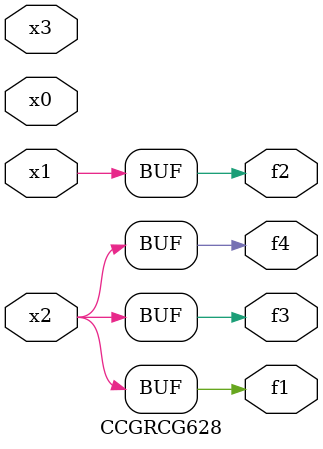
<source format=v>
module CCGRCG628(
	input x0, x1, x2, x3,
	output f1, f2, f3, f4
);
	assign f1 = x2;
	assign f2 = x1;
	assign f3 = x2;
	assign f4 = x2;
endmodule

</source>
